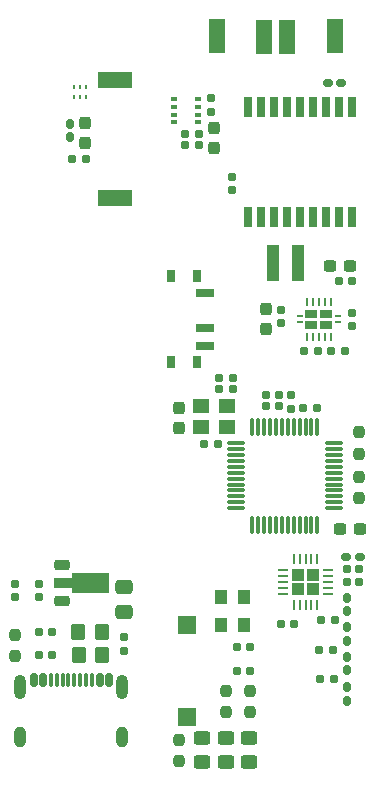
<source format=gbr>
%TF.GenerationSoftware,KiCad,Pcbnew,8.0.1*%
%TF.CreationDate,2024-07-19T12:33:08-04:00*%
%TF.ProjectId,Tiny4FSK,54696e79-3446-4534-9b2e-6b696361645f,rev?*%
%TF.SameCoordinates,Original*%
%TF.FileFunction,Paste,Top*%
%TF.FilePolarity,Positive*%
%FSLAX46Y46*%
G04 Gerber Fmt 4.6, Leading zero omitted, Abs format (unit mm)*
G04 Created by KiCad (PCBNEW 8.0.1) date 2024-07-19 12:33:08*
%MOMM*%
%LPD*%
G01*
G04 APERTURE LIST*
G04 Aperture macros list*
%AMRoundRect*
0 Rectangle with rounded corners*
0 $1 Rounding radius*
0 $2 $3 $4 $5 $6 $7 $8 $9 X,Y pos of 4 corners*
0 Add a 4 corners polygon primitive as box body*
4,1,4,$2,$3,$4,$5,$6,$7,$8,$9,$2,$3,0*
0 Add four circle primitives for the rounded corners*
1,1,$1+$1,$2,$3*
1,1,$1+$1,$4,$5*
1,1,$1+$1,$6,$7*
1,1,$1+$1,$8,$9*
0 Add four rect primitives between the rounded corners*
20,1,$1+$1,$2,$3,$4,$5,0*
20,1,$1+$1,$4,$5,$6,$7,0*
20,1,$1+$1,$6,$7,$8,$9,0*
20,1,$1+$1,$8,$9,$2,$3,0*%
%AMFreePoly0*
4,1,9,3.862500,-0.866500,0.737500,-0.866500,0.737500,-0.450000,-0.737500,-0.450000,-0.737500,0.450000,0.737500,0.450000,0.737500,0.866500,3.862500,0.866500,3.862500,-0.866500,3.862500,-0.866500,$1*%
G04 Aperture macros list end*
%ADD10R,0.280000X0.425000*%
%ADD11RoundRect,0.237500X0.237500X-0.300000X0.237500X0.300000X-0.237500X0.300000X-0.237500X-0.300000X0*%
%ADD12R,1.400000X3.000000*%
%ADD13RoundRect,0.160000X0.160000X-0.222500X0.160000X0.222500X-0.160000X0.222500X-0.160000X-0.222500X0*%
%ADD14RoundRect,0.160000X-0.160000X0.222500X-0.160000X-0.222500X0.160000X-0.222500X0.160000X0.222500X0*%
%ADD15RoundRect,0.155000X0.212500X0.155000X-0.212500X0.155000X-0.212500X-0.155000X0.212500X-0.155000X0*%
%ADD16R,1.400000X1.200000*%
%ADD17RoundRect,0.150000X-0.150000X-0.425000X0.150000X-0.425000X0.150000X0.425000X-0.150000X0.425000X0*%
%ADD18RoundRect,0.075000X-0.075000X-0.500000X0.075000X-0.500000X0.075000X0.500000X-0.075000X0.500000X0*%
%ADD19O,1.000000X2.100000*%
%ADD20O,1.000000X1.800000*%
%ADD21RoundRect,0.237500X0.237500X-0.250000X0.237500X0.250000X-0.237500X0.250000X-0.237500X-0.250000X0*%
%ADD22RoundRect,0.160000X-0.197500X-0.160000X0.197500X-0.160000X0.197500X0.160000X-0.197500X0.160000X0*%
%ADD23RoundRect,0.155000X0.155000X-0.212500X0.155000X0.212500X-0.155000X0.212500X-0.155000X-0.212500X0*%
%ADD24RoundRect,0.250000X-0.475000X0.337500X-0.475000X-0.337500X0.475000X-0.337500X0.475000X0.337500X0*%
%ADD25RoundRect,0.237500X-0.237500X0.300000X-0.237500X-0.300000X0.237500X-0.300000X0.237500X0.300000X0*%
%ADD26RoundRect,0.160000X-0.222500X-0.160000X0.222500X-0.160000X0.222500X0.160000X-0.222500X0.160000X0*%
%ADD27RoundRect,0.225000X-0.425000X-0.225000X0.425000X-0.225000X0.425000X0.225000X-0.425000X0.225000X0*%
%ADD28FreePoly0,0.000000*%
%ADD29RoundRect,0.160000X0.197500X0.160000X-0.197500X0.160000X-0.197500X-0.160000X0.197500X-0.160000X0*%
%ADD30RoundRect,0.237500X0.300000X0.237500X-0.300000X0.237500X-0.300000X-0.237500X0.300000X-0.237500X0*%
%ADD31RoundRect,0.155000X-0.155000X0.212500X-0.155000X-0.212500X0.155000X-0.212500X0.155000X0.212500X0*%
%ADD32RoundRect,0.249999X0.290001X0.290001X-0.290001X0.290001X-0.290001X-0.290001X0.290001X-0.290001X0*%
%ADD33RoundRect,0.062500X0.350000X0.062500X-0.350000X0.062500X-0.350000X-0.062500X0.350000X-0.062500X0*%
%ADD34RoundRect,0.062500X0.062500X0.350000X-0.062500X0.350000X-0.062500X-0.350000X0.062500X-0.350000X0*%
%ADD35R,0.800000X1.800000*%
%ADD36RoundRect,0.250000X0.350000X0.450000X-0.350000X0.450000X-0.350000X-0.450000X0.350000X-0.450000X0*%
%ADD37RoundRect,0.237500X-0.237500X0.250000X-0.237500X-0.250000X0.237500X-0.250000X0.237500X0.250000X0*%
%ADD38RoundRect,0.155000X-0.212500X-0.155000X0.212500X-0.155000X0.212500X0.155000X-0.212500X0.155000X0*%
%ADD39RoundRect,0.250000X-0.450000X0.325000X-0.450000X-0.325000X0.450000X-0.325000X0.450000X0.325000X0*%
%ADD40RoundRect,0.160000X-0.160000X0.197500X-0.160000X-0.197500X0.160000X-0.197500X0.160000X0.197500X0*%
%ADD41R,0.230000X0.230000*%
%ADD42O,0.230000X0.800000*%
%ADD43R,1.050000X0.680000*%
%ADD44R,0.500000X0.260000*%
%ADD45RoundRect,0.160000X0.222500X0.160000X-0.222500X0.160000X-0.222500X-0.160000X0.222500X-0.160000X0*%
%ADD46RoundRect,0.160000X0.160000X-0.197500X0.160000X0.197500X-0.160000X0.197500X-0.160000X-0.197500X0*%
%ADD47R,0.500000X0.350000*%
%ADD48RoundRect,0.237500X-0.300000X-0.237500X0.300000X-0.237500X0.300000X0.237500X-0.300000X0.237500X0*%
%ADD49R,1.140000X3.050000*%
%ADD50R,3.000000X1.400000*%
%ADD51R,1.100000X1.300000*%
%ADD52RoundRect,0.075000X-0.662500X-0.075000X0.662500X-0.075000X0.662500X0.075000X-0.662500X0.075000X0*%
%ADD53RoundRect,0.075000X-0.075000X-0.662500X0.075000X-0.662500X0.075000X0.662500X-0.075000X0.662500X0*%
%ADD54R,0.800000X1.000000*%
%ADD55R,1.500000X0.700000*%
%ADD56R,1.500000X1.500000*%
G04 APERTURE END LIST*
D10*
%TO.C,U9*%
X133878000Y-50062000D03*
X133378000Y-50062000D03*
X132878000Y-50062000D03*
X132878000Y-50937000D03*
X133378000Y-50937000D03*
X133878000Y-50937000D03*
%TD*%
D11*
%TO.C,C29*%
X133823167Y-54839928D03*
X133823167Y-53114928D03*
%TD*%
D12*
%TO.C,AE1*%
X148950000Y-45823000D03*
X150950000Y-45823000D03*
X155019438Y-45811339D03*
X145019438Y-45811339D03*
%TD*%
D13*
%TO.C,L8*%
X132595000Y-53192500D03*
X132595000Y-54337500D03*
%TD*%
D14*
%TO.C,L5*%
X156000000Y-95826250D03*
X156000000Y-96971250D03*
%TD*%
D15*
%TO.C,C11*%
X150249421Y-77094782D03*
X149114421Y-77094782D03*
%TD*%
D16*
%TO.C,U4*%
X145850000Y-77125000D03*
X143650000Y-77125000D03*
X143650000Y-78875000D03*
X145850000Y-78875000D03*
%TD*%
D17*
%TO.C,J7*%
X129476776Y-100330139D03*
X130276776Y-100330139D03*
D18*
X131426776Y-100330139D03*
X132426776Y-100330139D03*
X132926776Y-100330139D03*
X133926776Y-100330139D03*
D17*
X135076776Y-100330139D03*
X135876776Y-100330139D03*
X135876776Y-100330139D03*
X135076776Y-100330139D03*
D18*
X134426776Y-100330139D03*
X133426776Y-100330139D03*
X131926776Y-100330139D03*
X130926776Y-100330139D03*
D17*
X130276776Y-100330139D03*
X129476776Y-100330139D03*
D19*
X128356776Y-100905139D03*
D20*
X128356776Y-105085139D03*
D19*
X136996776Y-100905139D03*
D20*
X136996776Y-105085139D03*
%TD*%
D21*
%TO.C,FB1*%
X127865000Y-98277500D03*
X127865000Y-96452500D03*
%TD*%
D22*
%TO.C,R5*%
X145146049Y-74699191D03*
X146341049Y-74699191D03*
%TD*%
D23*
%TO.C,C16*%
X157020822Y-92035999D03*
X157020822Y-90900999D03*
%TD*%
%TO.C,C3*%
X146250000Y-58817500D03*
X146250000Y-57682500D03*
%TD*%
D24*
%TO.C,C19*%
X137131627Y-92455116D03*
X137131627Y-94530116D03*
%TD*%
D15*
%TO.C,C20*%
X154955655Y-95216644D03*
X153820655Y-95216644D03*
%TD*%
D25*
%TO.C,C7*%
X149145000Y-68892500D03*
X149145000Y-70617500D03*
%TD*%
D14*
%TO.C,L7*%
X156000000Y-100898750D03*
X156000000Y-102043750D03*
%TD*%
D26*
%TO.C,L1*%
X154366485Y-49712967D03*
X155511485Y-49712967D03*
%TD*%
D27*
%TO.C,U7*%
X131885000Y-90590000D03*
X131885000Y-93590000D03*
D28*
X131972500Y-92090000D03*
%TD*%
D29*
%TO.C,R2*%
X143469572Y-54041843D03*
X142274572Y-54041843D03*
%TD*%
D30*
%TO.C,C14*%
X157112500Y-87500000D03*
X155387500Y-87500000D03*
%TD*%
D31*
%TO.C,C6*%
X150395000Y-68937500D03*
X150395000Y-70072500D03*
%TD*%
D32*
%TO.C,U6*%
X153125000Y-92625000D03*
X153125000Y-91375000D03*
X151875000Y-92625000D03*
X151875000Y-91375000D03*
D33*
X154437500Y-93000000D03*
X154437500Y-92500000D03*
X154437500Y-92000000D03*
X154437500Y-91500000D03*
X154437500Y-91000000D03*
D34*
X153500000Y-90062500D03*
X153000000Y-90062500D03*
X152500000Y-90062500D03*
X152000000Y-90062500D03*
X151500000Y-90062500D03*
D33*
X150562500Y-91000000D03*
X150562500Y-91500000D03*
X150562500Y-92000000D03*
X150562500Y-92500000D03*
X150562500Y-93000000D03*
D34*
X151500000Y-93937500D03*
X152000000Y-93937500D03*
X152500000Y-93937500D03*
X153000000Y-93937500D03*
X153500000Y-93937500D03*
%TD*%
D15*
%TO.C,C2*%
X143462061Y-55018579D03*
X142327061Y-55018579D03*
%TD*%
D23*
%TO.C,C18*%
X129931512Y-93270813D03*
X129931512Y-92135813D03*
%TD*%
D35*
%TO.C,U2*%
X147602759Y-61121296D03*
X148702759Y-61121296D03*
X149802759Y-61121296D03*
X150902759Y-61121296D03*
X152002759Y-61121296D03*
X153102759Y-61121296D03*
X154202759Y-61121296D03*
X155302759Y-61121296D03*
X156402759Y-61121296D03*
X156402759Y-51806296D03*
X155302759Y-51806296D03*
X154202759Y-51806296D03*
X153102759Y-51806296D03*
X152002759Y-51806296D03*
X150902759Y-51806296D03*
X149802759Y-51806296D03*
X148702759Y-51806296D03*
X147602759Y-51806296D03*
%TD*%
D36*
%TO.C,R12*%
X135285858Y-98167619D03*
X133285858Y-98167619D03*
%TD*%
D37*
%TO.C,R9*%
X157000000Y-83087500D03*
X157000000Y-84912500D03*
%TD*%
D22*
%TO.C,R3*%
X152376835Y-72431865D03*
X153571835Y-72431865D03*
%TD*%
D38*
%TO.C,C21*%
X150425508Y-95564505D03*
X151560508Y-95564505D03*
%TD*%
D15*
%TO.C,C25*%
X131064592Y-98186046D03*
X129929592Y-98186046D03*
%TD*%
D39*
%TO.C,D1*%
X143750000Y-105225000D03*
X143750000Y-107275000D03*
%TD*%
D40*
%TO.C,R1*%
X144509334Y-50991849D03*
X144509334Y-52186849D03*
%TD*%
D39*
%TO.C,D3*%
X147750000Y-105225000D03*
X147750000Y-107275000D03*
%TD*%
D41*
%TO.C,U3*%
X154635000Y-67995000D03*
D42*
X154635000Y-68280000D03*
D41*
X154135000Y-67995000D03*
D42*
X154135000Y-68280000D03*
D41*
X153635000Y-67995000D03*
D42*
X153635000Y-68280000D03*
D41*
X153135000Y-67995000D03*
D42*
X153135000Y-68280000D03*
D41*
X152635000Y-67995000D03*
D42*
X152635000Y-68280000D03*
X152635000Y-71230000D03*
D41*
X152635000Y-71515000D03*
D42*
X153135000Y-71230000D03*
D41*
X153135000Y-71515000D03*
D42*
X153635000Y-71230000D03*
D41*
X153635000Y-71515000D03*
D42*
X154135000Y-71230000D03*
D41*
X154135000Y-71515000D03*
D42*
X154635000Y-71230000D03*
D41*
X154635000Y-71515000D03*
D43*
X154270000Y-69305000D03*
X153000000Y-69305000D03*
D44*
X155265000Y-69505000D03*
X152005000Y-69505000D03*
X155265000Y-70005000D03*
X152005000Y-70005000D03*
D43*
X154270000Y-70205000D03*
X153000000Y-70205000D03*
%TD*%
D21*
%TO.C,R8*%
X157000000Y-81162500D03*
X157000000Y-79337500D03*
%TD*%
D11*
%TO.C,C12*%
X141798491Y-79001099D03*
X141798491Y-77276099D03*
%TD*%
D45*
%TO.C,L3*%
X157089522Y-89867029D03*
X155944522Y-89867029D03*
%TD*%
D21*
%TO.C,R13*%
X145759462Y-103017515D03*
X145759462Y-101192515D03*
%TD*%
D15*
%TO.C,C23*%
X147817500Y-97500000D03*
X146682500Y-97500000D03*
%TD*%
D37*
%TO.C,R15*%
X141750000Y-105337500D03*
X141750000Y-107162500D03*
%TD*%
D38*
%TO.C,C22*%
X129914767Y-96192151D03*
X131049767Y-96192151D03*
%TD*%
D36*
%TO.C,R10*%
X135272329Y-96217676D03*
X133272329Y-96217676D03*
%TD*%
D46*
%TO.C,R11*%
X137111918Y-97863080D03*
X137111918Y-96668080D03*
%TD*%
D11*
%TO.C,C1*%
X144767423Y-55252003D03*
X144767423Y-53527003D03*
%TD*%
D38*
%TO.C,C26*%
X146682500Y-99500000D03*
X147817500Y-99500000D03*
%TD*%
D47*
%TO.C,U1*%
X141385220Y-53079470D03*
X141385220Y-52429470D03*
X141385220Y-51779470D03*
X141385220Y-51129470D03*
X143435220Y-51129470D03*
X143435220Y-51779470D03*
X143435220Y-52429470D03*
X143435220Y-53079470D03*
%TD*%
D39*
%TO.C,D2*%
X145750000Y-105225000D03*
X145750000Y-107275000D03*
%TD*%
D48*
%TO.C,C4*%
X154532500Y-65255000D03*
X156257500Y-65255000D03*
%TD*%
D15*
%TO.C,C24*%
X154817500Y-97721250D03*
X153682500Y-97721250D03*
%TD*%
D49*
%TO.C,L2*%
X151895000Y-65005000D03*
X149735000Y-65005000D03*
%TD*%
D31*
%TO.C,C10*%
X151250000Y-76182500D03*
X151250000Y-77317500D03*
%TD*%
D50*
%TO.C,AE3*%
X136405752Y-49500000D03*
X136405752Y-59500000D03*
%TD*%
D14*
%TO.C,L6*%
X156000000Y-98326250D03*
X156000000Y-99471250D03*
%TD*%
D15*
%TO.C,C28*%
X133902500Y-56205000D03*
X132767500Y-56205000D03*
%TD*%
%TO.C,C13*%
X145049522Y-80286216D03*
X143914522Y-80286216D03*
%TD*%
D51*
%TO.C,U8*%
X145375696Y-93296174D03*
X145375696Y-95596174D03*
X147275696Y-95596174D03*
X147275696Y-93296174D03*
%TD*%
D29*
%TO.C,R6*%
X146342157Y-75654572D03*
X145147157Y-75654572D03*
%TD*%
D22*
%TO.C,R7*%
X152277171Y-77296768D03*
X153472171Y-77296768D03*
%TD*%
D31*
%TO.C,C8*%
X156395000Y-69187500D03*
X156395000Y-70322500D03*
%TD*%
D21*
%TO.C,R14*%
X147759462Y-103017515D03*
X147759462Y-101192515D03*
%TD*%
D23*
%TO.C,C17*%
X127920231Y-93264638D03*
X127920231Y-92129638D03*
%TD*%
D52*
%TO.C,U5*%
X146587500Y-80250000D03*
X146587500Y-80750000D03*
X146587500Y-81250000D03*
X146587500Y-81750000D03*
X146587500Y-82250000D03*
X146587500Y-82750000D03*
X146587500Y-83250000D03*
X146587500Y-83750000D03*
X146587500Y-84250000D03*
X146587500Y-84750000D03*
X146587500Y-85250000D03*
X146587500Y-85750000D03*
D53*
X148000000Y-87162500D03*
X148500000Y-87162500D03*
X149000000Y-87162500D03*
X149500000Y-87162500D03*
X150000000Y-87162500D03*
X150500000Y-87162500D03*
X151000000Y-87162500D03*
X151500000Y-87162500D03*
X152000000Y-87162500D03*
X152500000Y-87162500D03*
X153000000Y-87162500D03*
X153500000Y-87162500D03*
D52*
X154912500Y-85750000D03*
X154912500Y-85250000D03*
X154912500Y-84750000D03*
X154912500Y-84250000D03*
X154912500Y-83750000D03*
X154912500Y-83250000D03*
X154912500Y-82750000D03*
X154912500Y-82250000D03*
X154912500Y-81750000D03*
X154912500Y-81250000D03*
X154912500Y-80750000D03*
X154912500Y-80250000D03*
D53*
X153500000Y-78837500D03*
X153000000Y-78837500D03*
X152500000Y-78837500D03*
X152000000Y-78837500D03*
X151500000Y-78837500D03*
X151000000Y-78837500D03*
X150500000Y-78837500D03*
X150000000Y-78837500D03*
X149500000Y-78837500D03*
X149000000Y-78837500D03*
X148500000Y-78837500D03*
X148000000Y-78837500D03*
%TD*%
D54*
%TO.C,SW1*%
X143299224Y-66100085D03*
X141089224Y-66100085D03*
X143299224Y-73400085D03*
X141089224Y-73400085D03*
D55*
X143949224Y-67500085D03*
X143949224Y-70500085D03*
X143949224Y-72000085D03*
%TD*%
D38*
%TO.C,C9*%
X149114421Y-76133145D03*
X150249421Y-76133145D03*
%TD*%
%TO.C,C5*%
X155327500Y-66505000D03*
X156462500Y-66505000D03*
%TD*%
D22*
%TO.C,R4*%
X154637648Y-72439291D03*
X155832648Y-72439291D03*
%TD*%
D56*
%TO.C,SW2*%
X142500000Y-103400000D03*
X142500000Y-95600000D03*
%TD*%
D14*
%TO.C,L4*%
X156000000Y-93326250D03*
X156000000Y-94471250D03*
%TD*%
D15*
%TO.C,C27*%
X154880910Y-100235963D03*
X153745910Y-100235963D03*
%TD*%
D31*
%TO.C,C15*%
X156000000Y-90903750D03*
X156000000Y-92038750D03*
%TD*%
M02*

</source>
